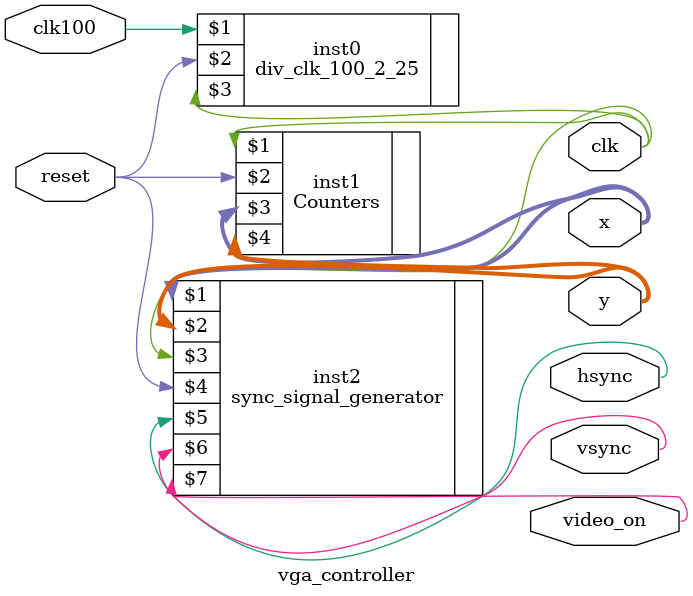
<source format=v>
`timescale 1ns / 1ps
module vga_controller(
    input clk100,   // from Basys 3
    input reset,        // system reset
    output video_on,    // ON while pixel counts for x and y and within display area
    output hsync,       // horizontal sync
    output vsync,       // vertical sync
    output clk,      // the 25MHz pixel/second rate signal, pixel tick
    output [9:0] x,     // pixel count/position of pixel x, max 0-799
    output [9:0] y      // pixel count/position of pixel y, max 0-524
    );
    
div_clk_100_2_25        inst0(clk100, reset, clk);  
Counters                inst1(clk, reset, x, y);
sync_signal_generator   inst2(x, y, clk, reset, hsync, vsync, video_on);

            
endmodule
</source>
